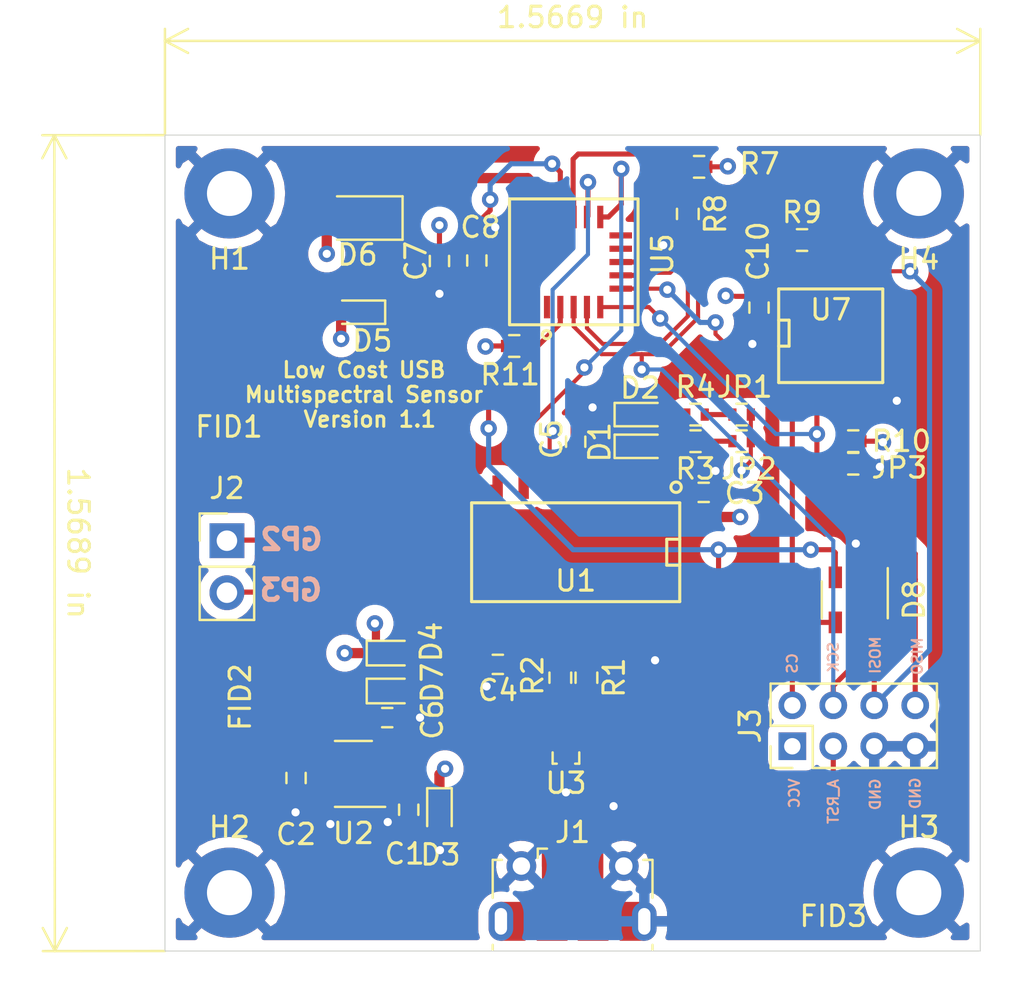
<source format=kicad_pcb>
(kicad_pcb (version 20171130) (host pcbnew "(5.1.0)-1")
  (layers (0 F.Cu signal) (1 In1.Cu power hide) (2 In2.Cu power hide) (31 B.Cu signal) (34 B.Paste user) (35 F.Paste user) (36 B.SilkS user) (37 F.SilkS user) (38 B.Mask user) (39 F.Mask user) (44 Edge.Cuts user))
  (net 0 "")
  (net 1 GND)
  (net 2 /5V)
  (net 3 "Net-(C2-Pad1)")
  (net 4 /VUSB)
  (net 5 /RST)
  (net 6 /3.3V)
  (net 7 "Net-(D1-Pad2)")
  (net 8 "Net-(D2-Pad2)")
  (net 9 "Net-(D5-Pad1)")
  (net 10 "Net-(D6-Pad1)")
  (net 11 /GP3)
  (net 12 /GP2)
  (net 13 /MISO)
  (net 14 /MOSI)
  (net 15 /SCK)
  (net 16 /CS)
  (net 17 /AS_RST)
  (net 18 "Net-(JP1-Pad2)")
  (net 19 "Net-(JP2-Pad2)")
  (net 20 "Net-(JP3-Pad1)")
  (net 21 "Net-(R7-Pad2)")
  (net 22 "Net-(R8-Pad2)")
  (net 23 "Net-(R9-Pad2)")
  (net 24 /TX)
  (net 25 /RX)
  (net 26 /GP0)
  (net 27 /GP1)
  (net 28 /USB_-)
  (net 29 /USB_+)
  (net 30 /D_+)
  (net 31 /D_-)
  (module AMS_sensors:AS726x (layer F.Cu) (at 155.275 79.65 90)
    (fp_text reference U5 (at 2.5908 5.6388 90) (layer F.SilkS))
    (fp_text value AS726x)
    (pad 20 smd rect (at 0.9 -1 90) (size 0.3 1.1) (layers F.Cu F.Paste F.Mask))
    (pad 19 smd rect (at 1.55 -1 90) (size 0.3 1.1) (layers F.Cu F.Paste F.Mask))
    (pad 18 smd rect (at 2.2 -1 90) (size 0.3 1.1) (layers F.Cu F.Paste F.Mask) (net 9 "Net-(D5-Pad1)"))
    (pad 17 smd rect (at 2.85 -1 90) (size 0.3 1.1) (layers F.Cu F.Paste F.Mask) (net 6 /3.3V))
    (pad 16 smd rect (at 3.5 -1 90) (size 0.3 1.1) (layers F.Cu F.Paste F.Mask) (net 1 GND))
    (pad 15 smd rect (at 4.4 0) (size 0.3 1.1) (layers F.Cu F.Paste F.Mask) (net 10 "Net-(D6-Pad1)"))
    (pad 14 smd rect (at 4.4 0.65) (size 0.3 1.1) (layers F.Cu F.Paste F.Mask) (net 6 /3.3V))
    (pad 13 smd rect (at 4.4 1.3) (size 0.3 1.1) (layers F.Cu F.Paste F.Mask) (net 21 "Net-(R7-Pad2)"))
    (pad 12 smd rect (at 4.4 1.95) (size 0.3 1.1) (layers F.Cu F.Paste F.Mask) (net 25 /RX))
    (pad 11 smd rect (at 4.4 2.6) (size 0.3 1.1) (layers F.Cu F.Paste F.Mask) (net 24 /TX))
    (pad 10 smd rect (at 3.5 3.6 270) (size 0.3 1.1) (layers F.Cu F.Paste F.Mask))
    (pad 9 smd rect (at 2.85 3.6 270) (size 0.3 1.1) (layers F.Cu F.Paste F.Mask))
    (pad 8 smd rect (at 2.2 3.6 270) (size 0.3 1.1) (layers F.Cu F.Paste F.Mask) (net 1 GND))
    (pad 7 smd rect (at 1.55 3.6 270) (size 0.3 1.1) (layers F.Cu F.Paste F.Mask) (net 22 "Net-(R8-Pad2)"))
    (pad 6 smd rect (at 0.9 3.6 270) (size 0.3 1.1) (layers F.Cu F.Paste F.Mask) (net 16 /CS))
    (pad 5 smd rect (at 0 2.6 180) (size 0.3 1.1) (layers F.Cu F.Paste F.Mask) (net 13 /MISO))
    (pad 4 smd rect (at 0 1.95 180) (size 0.3 1.1) (layers F.Cu F.Paste F.Mask) (net 14 /MOSI))
    (pad 3 smd rect (at 0 1.3 180) (size 0.3 1.1) (layers F.Cu F.Paste F.Mask) (net 15 /SCK))
    (pad 2 smd rect (at 0 0.65 180) (size 0.3 1.1) (layers F.Cu F.Paste F.Mask) (net 17 /AS_RST))
    (pad 1 smd rect (at 0 0) (size 0.3 1.1) (layers F.Cu F.Paste F.Mask))
  )
  (module SMD_Packages:SOIC-14_N (layer F.Cu) (at 156.675 91.75 180)
    (fp_text reference U1 (at 0 -1.27 180) (layer F.SilkS))
    (fp_text value MCP2221)
    (pad 10 smd rect (at 1.27 -3.048 180) (size 0.508 1.143) (layers F.Cu F.Paste F.Mask))
    (pad 14 smd rect (at -3.81 -3.048 180) (size 0.508 1.143) (layers F.Cu F.Paste F.Mask) (net 1 GND))
    (pad 13 smd rect (at -2.54 -3.048 180) (size 0.508 1.143) (layers F.Cu F.Paste F.Mask) (net 30 /D_+))
    (pad 12 smd rect (at -1.27 -3.048 180) (size 0.508 1.143) (layers F.Cu F.Paste F.Mask) (net 31 /D_-))
    (pad 11 smd rect (at 0 -3.048 180) (size 0.508 1.143) (layers F.Cu F.Paste F.Mask) (net 4 /VUSB))
    (pad 9 smd rect (at 2.54 -3.048 180) (size 0.508 1.143) (layers F.Cu F.Paste F.Mask))
    (pad 8 smd rect (at 3.81 -3.048 180) (size 0.508 1.143) (layers F.Cu F.Paste F.Mask) (net 11 /GP3))
    (pad 7 smd rect (at 3.81 3.302 180) (size 0.508 1.143) (layers F.Cu F.Paste F.Mask) (net 12 /GP2))
    (pad 6 smd rect (at 2.54 3.302 180) (size 0.508 1.143) (layers F.Cu F.Paste F.Mask) (net 24 /TX))
    (pad 5 smd rect (at 1.27 3.302 180) (size 0.508 1.143) (layers F.Cu F.Paste F.Mask) (net 25 /RX))
    (pad 4 smd rect (at 0 3.302 180) (size 0.508 1.143) (layers F.Cu F.Paste F.Mask) (net 5 /RST))
    (pad 3 smd rect (at -1.27 3.302 180) (size 0.508 1.143) (layers F.Cu F.Paste F.Mask) (net 27 /GP1))
    (pad 2 smd rect (at -2.54 3.302 180) (size 0.508 1.143) (layers F.Cu F.Paste F.Mask) (net 26 /GP0))
    (pad 1 smd rect (at -3.81 3.302 180) (size 0.508 1.143) (layers F.Cu F.Paste F.Mask) (net 2 /5V))
  )
  (module Fiducials:Fiducial_1mm_Dia_2.54mm_Outer_CopperTop (layer F.Cu) (at 165.85 108.7)
    (fp_text reference FID3 (at 3.4 0.7) (layer F.SilkS))
    (fp_text value Fiducial)
    (pad ~ smd circle (at 0 0) (size 1 1) (layers F.Cu F.Mask) (clearance 0.77))
  )
  (module Fiducials:Fiducial_1mm_Dia_2.54mm_Outer_CopperTop (layer F.Cu) (at 139.6 102.1 90)
    (fp_text reference FID2 (at 3.4 0.7 90) (layer F.SilkS))
    (fp_text value Fiducial)
    (pad ~ smd circle (at 0 0 90) (size 1 1) (layers F.Cu F.Mask) (clearance 0.77))
  )
  (module Fiducials:Fiducial_1mm_Dia_2.54mm_Outer_CopperTop (layer F.Cu) (at 139.75 80.55)
    (fp_text reference FID1 (at 0 4.95) (layer F.SilkS))
    (fp_text value Fiducial)
    (pad ~ smd circle (at 0 0) (size 1 1) (layers F.Cu F.Mask) (clearance 0.77))
  )
  (module Pin_Headers:Pin_Header_Straight_1x02_Pitch2.54mm (layer F.Cu) (at 139.65 91.06)
    (fp_text reference J2 (at 0 -2.56) (layer F.SilkS))
    (fp_text value GPIO_header)
    (pad 1 thru_hole rect (at 0 0) (size 1.7 1.7) (drill 1) (layers *.Cu *.Mask) (net 12 /GP2))
    (pad 2 thru_hole oval (at 0 2.54) (size 1.7 1.7) (drill 1) (layers *.Cu *.Mask) (net 11 /GP3))
  )
  (module Pin_Headers:Pin_Header_Straight_2x04_Pitch2.00mm (layer F.Cu) (at 167.25 101.1 90)
    (fp_text reference J3 (at 1 -2.06 90) (layer F.SilkS))
    (fp_text value "Programing Header")
    (pad 1 thru_hole rect (at 0 0 90) (size 1.35 1.35) (drill 0.8) (layers *.Cu *.Mask) (net 6 /3.3V))
    (pad 2 thru_hole oval (at 2 0 90) (size 1.35 1.35) (drill 0.8) (layers *.Cu *.Mask) (net 16 /CS))
    (pad 3 thru_hole oval (at 0 2 90) (size 1.35 1.35) (drill 0.8) (layers *.Cu *.Mask) (net 17 /AS_RST))
    (pad 4 thru_hole oval (at 2 2 90) (size 1.35 1.35) (drill 0.8) (layers *.Cu *.Mask) (net 15 /SCK))
    (pad 5 thru_hole oval (at 0 4 90) (size 1.35 1.35) (drill 0.8) (layers *.Cu *.Mask) (net 1 GND))
    (pad 6 thru_hole oval (at 2 4 90) (size 1.35 1.35) (drill 0.8) (layers *.Cu *.Mask) (net 14 /MOSI))
    (pad 7 thru_hole oval (at 0 6 90) (size 1.35 1.35) (drill 0.8) (layers *.Cu *.Mask) (net 1 GND))
    (pad 8 thru_hole oval (at 2 6 90) (size 1.35 1.35) (drill 0.8) (layers *.Cu *.Mask) (net 13 /MISO))
  )
  (module TO_SOT_Packages_SMD:Texas_DRT-3 (layer F.Cu) (at 156.2 101.4 180)
    (fp_text reference U3 (at 0 -1.5 180) (layer F.SilkS))
    (fp_text value TPD2EUSB30)
    (pad 1 smd rect (at -0.35 0.425 180) (size 0.3 0.3) (layers F.Cu F.Paste F.Mask) (net 29 /USB_+))
    (pad 2 smd rect (at 0.35 0.425 180) (size 0.3 0.3) (layers F.Cu F.Paste F.Mask) (net 28 /USB_-))
    (pad 3 smd rect (at 0 -0.425 180) (size 0.3 0.3) (layers F.Cu F.Paste F.Mask) (net 1 GND))
  )
  (module Capacitors_SMD:C_0402 (layer F.Cu) (at 148.525 104.2 270)
    (fp_text reference C1 (at 2.15 0.2) (layer F.SilkS))
    (fp_text value 1uF)
    (pad 2 smd rect (at 0.55 0 270) (size 0.6 0.5) (layers F.Cu F.Paste F.Mask) (net 1 GND))
    (pad 1 smd rect (at -0.55 0 270) (size 0.6 0.5) (layers F.Cu F.Paste F.Mask) (net 2 /5V))
  )
  (module Capacitors_SMD:C_0402 (layer F.Cu) (at 143.025 102.65 270)
    (fp_text reference C2 (at 2.75 0) (layer F.SilkS))
    (fp_text value 470pF)
    (pad 1 smd rect (at -0.55 0 270) (size 0.6 0.5) (layers F.Cu F.Paste F.Mask) (net 3 "Net-(C2-Pad1)"))
    (pad 2 smd rect (at 0.55 0 270) (size 0.6 0.5) (layers F.Cu F.Paste F.Mask) (net 1 GND))
  )
  (module Capacitors_SMD:C_0402 (layer F.Cu) (at 162.925 88.7)
    (fp_text reference C3 (at 2 0.05) (layer F.SilkS))
    (fp_text value 4.7uF)
    (pad 1 smd rect (at -0.55 0) (size 0.6 0.5) (layers F.Cu F.Paste F.Mask) (net 2 /5V))
    (pad 2 smd rect (at 0.55 0) (size 0.6 0.5) (layers F.Cu F.Paste F.Mask) (net 1 GND))
  )
  (module Capacitors_SMD:C_0402 (layer F.Cu) (at 152.875 97.1 180)
    (fp_text reference C4 (at 0 -1.27 180) (layer F.SilkS))
    (fp_text value 0.33uF)
    (pad 2 smd rect (at 0.55 0 180) (size 0.6 0.5) (layers F.Cu F.Paste F.Mask) (net 1 GND))
    (pad 1 smd rect (at -0.55 0 180) (size 0.6 0.5) (layers F.Cu F.Paste F.Mask) (net 4 /VUSB))
  )
  (module Capacitors_SMD:C_0402 (layer F.Cu) (at 156.675 86.225 90)
    (fp_text reference C5 (at 0.125 -1.175 90) (layer F.SilkS))
    (fp_text value 0.1uF)
    (pad 2 smd rect (at 0.55 0 90) (size 0.6 0.5) (layers F.Cu F.Paste F.Mask) (net 1 GND))
    (pad 1 smd rect (at -0.55 0 90) (size 0.6 0.5) (layers F.Cu F.Paste F.Mask) (net 5 /RST))
  )
  (module Capacitors_SMD:C_0402 (layer F.Cu) (at 147.475 99.7)
    (fp_text reference C6 (at 2.2 0.1 90) (layer F.SilkS))
    (fp_text value 2.2uF)
    (pad 2 smd rect (at 0.55 0) (size 0.6 0.5) (layers F.Cu F.Paste F.Mask) (net 1 GND))
    (pad 1 smd rect (at -0.55 0) (size 0.6 0.5) (layers F.Cu F.Paste F.Mask) (net 6 /3.3V))
  )
  (module Capacitors_SMD:C_0402 (layer F.Cu) (at 150.025 77.4 270)
    (fp_text reference C7 (at 0 1.15 270) (layer F.SilkS))
    (fp_text value 100nF)
    (pad 1 smd rect (at -0.55 0 270) (size 0.6 0.5) (layers F.Cu F.Paste F.Mask) (net 6 /3.3V))
    (pad 2 smd rect (at 0.55 0 270) (size 0.6 0.5) (layers F.Cu F.Paste F.Mask) (net 1 GND))
  )
  (module Capacitors_SMD:C_0402 (layer F.Cu) (at 151.85 77.375 270)
    (fp_text reference C8 (at -1.625 -0.175) (layer F.SilkS))
    (fp_text value 10uF)
    (pad 1 smd rect (at -0.55 0 270) (size 0.6 0.5) (layers F.Cu F.Paste F.Mask) (net 6 /3.3V))
    (pad 2 smd rect (at 0.55 0 270) (size 0.6 0.5) (layers F.Cu F.Paste F.Mask) (net 1 GND))
  )
  (module Capacitors_SMD:C_0402 (layer F.Cu) (at 165.625 79.675 270)
    (fp_text reference C10 (at -2.75 0.05 90) (layer F.SilkS))
    (fp_text value 1uF)
    (pad 1 smd rect (at -0.55 0 270) (size 0.6 0.5) (layers F.Cu F.Paste F.Mask) (net 6 /3.3V))
    (pad 2 smd rect (at 0.55 0 270) (size 0.6 0.5) (layers F.Cu F.Paste F.Mask) (net 1 GND))
  )
  (module Diodes_SMD:D_1206 (layer F.Cu) (at 146.025 75.3 180)
    (fp_text reference D6 (at 0 -1.8 180) (layer F.SilkS))
    (fp_text value L130-5780001400001)
    (pad 1 smd rect (at -1.5 0 180) (size 1 1.6) (layers F.Cu F.Paste F.Mask) (net 10 "Net-(D6-Pad1)"))
    (pad 2 smd rect (at 1.5 0 180) (size 1 1.6) (layers F.Cu F.Paste F.Mask) (net 6 /3.3V))
  )
  (module Connectors_USB:USB_Micro-B_Molex-105017-0001 (layer F.Cu) (at 156.525 109.3)
    (fp_text reference J1 (at 0 -4) (layer F.SilkS))
    (fp_text value USB_B_Micro)
    (pad 6 smd rect (at 1 0.35) (size 1.5 1.9) (layers F.Cu F.Paste F.Mask) (net 1 GND))
    (pad 6 thru_hole circle (at -2.5 -2.35) (size 1.45 1.45) (drill 0.85) (layers *.Cu *.Mask) (net 1 GND))
    (pad 2 smd rect (at -0.65 -2.35) (size 0.4 1.35) (layers F.Cu F.Paste F.Mask) (net 28 /USB_-))
    (pad 1 smd rect (at -1.3 -2.35) (size 0.4 1.35) (layers F.Cu F.Paste F.Mask) (net 2 /5V))
    (pad 5 smd rect (at 1.3 -2.35) (size 0.4 1.35) (layers F.Cu F.Paste F.Mask) (net 1 GND))
    (pad 4 smd rect (at 0.65 -2.35) (size 0.4 1.35) (layers F.Cu F.Paste F.Mask))
    (pad 3 smd rect (at 0 -2.35) (size 0.4 1.35) (layers F.Cu F.Paste F.Mask) (net 29 /USB_+))
    (pad 6 thru_hole circle (at 2.5 -2.35) (size 1.45 1.45) (drill 0.85) (layers *.Cu *.Mask) (net 1 GND))
    (pad 6 smd rect (at -1 0.35) (size 1.5 1.9) (layers F.Cu F.Paste F.Mask) (net 1 GND))
    (pad 6 thru_hole oval (at -3.5 0.35 180) (size 1.2 1.9) (drill oval 0.6 1.3) (layers *.Cu *.Mask) (net 1 GND))
    (pad 6 thru_hole oval (at 3.5 0.35) (size 1.2 1.9) (drill oval 0.6 1.3) (layers *.Cu *.Mask) (net 1 GND))
    (pad 6 smd rect (at 2.9 0.35) (size 1.2 1.9) (layers F.Cu F.Mask) (net 1 GND))
    (pad 6 smd rect (at -2.9 0.35) (size 1.2 1.9) (layers F.Cu F.Mask) (net 1 GND))
  )
  (module Resistors_SMD:R_0402 (layer F.Cu) (at 164.775 86.2 180)
    (fp_text reference JP1 (at -0.15 2.65 180) (layer F.SilkS))
    (fp_text value RC0402JR-070RL)
    (pad 2 smd rect (at 0.45 0 180) (size 0.4 0.6) (layers F.Cu F.Paste F.Mask) (net 18 "Net-(JP1-Pad2)"))
    (pad 1 smd rect (at -0.45 0 180) (size 0.4 0.6) (layers F.Cu F.Paste F.Mask) (net 6 /3.3V))
  )
  (module Resistors_SMD:R_0402 (layer F.Cu) (at 164.775 84.9 180)
    (fp_text reference JP2 (at -0.35 -2.65 180) (layer F.SilkS))
    (fp_text value RC0402JR-070RL)
    (pad 2 smd rect (at 0.45 0 180) (size 0.4 0.6) (layers F.Cu F.Paste F.Mask) (net 19 "Net-(JP2-Pad2)"))
    (pad 1 smd rect (at -0.45 0 180) (size 0.4 0.6) (layers F.Cu F.Paste F.Mask) (net 6 /3.3V))
  )
  (module Resistors_SMD:R_0402 (layer F.Cu) (at 170.225 87.3)
    (fp_text reference JP3 (at 2.25 0.2) (layer F.SilkS))
    (fp_text value RC0402JR-070RL)
    (pad 2 smd rect (at 0.45 0) (size 0.4 0.6) (layers F.Cu F.Paste F.Mask) (net 1 GND))
    (pad 1 smd rect (at -0.45 0) (size 0.4 0.6) (layers F.Cu F.Paste F.Mask) (net 20 "Net-(JP3-Pad1)"))
  )
  (module Resistors_SMD:R_0402 (layer F.Cu) (at 157.2 97.75 270)
    (fp_text reference R1 (at 0 -1.35 270) (layer F.SilkS))
    (fp_text value 22)
    (pad 2 smd rect (at 0.45 0 270) (size 0.4 0.6) (layers F.Cu F.Paste F.Mask) (net 29 /USB_+))
    (pad 1 smd rect (at -0.45 0 270) (size 0.4 0.6) (layers F.Cu F.Paste F.Mask) (net 30 /D_+))
  )
  (module Resistors_SMD:R_0402 (layer F.Cu) (at 155.925 97.75 270)
    (fp_text reference R2 (at -0.1 1.35 270) (layer F.SilkS))
    (fp_text value 22)
    (pad 1 smd rect (at -0.45 0 270) (size 0.4 0.6) (layers F.Cu F.Paste F.Mask) (net 31 /D_-))
    (pad 2 smd rect (at 0.45 0 270) (size 0.4 0.6) (layers F.Cu F.Paste F.Mask) (net 28 /USB_-))
  )
  (module Resistors_SMD:R_0402 (layer F.Cu) (at 162.525 86.2 180)
    (fp_text reference R3 (at 0 -1.35 180) (layer F.SilkS))
    (fp_text value R)
    (pad 1 smd rect (at -0.45 0 180) (size 0.4 0.6) (layers F.Cu F.Paste F.Mask) (net 18 "Net-(JP1-Pad2)"))
    (pad 2 smd rect (at 0.45 0 180) (size 0.4 0.6) (layers F.Cu F.Paste F.Mask) (net 7 "Net-(D1-Pad2)"))
  )
  (module Resistors_SMD:R_0402 (layer F.Cu) (at 162.525 84.9 180)
    (fp_text reference R4 (at 0 1.35 180) (layer F.SilkS))
    (fp_text value R)
    (pad 2 smd rect (at 0.45 0 180) (size 0.4 0.6) (layers F.Cu F.Paste F.Mask) (net 8 "Net-(D2-Pad2)"))
    (pad 1 smd rect (at -0.45 0 180) (size 0.4 0.6) (layers F.Cu F.Paste F.Mask) (net 19 "Net-(JP2-Pad2)"))
  )
  (module Resistors_SMD:R_0402 (layer F.Cu) (at 162.7 72.8 180)
    (fp_text reference R7 (at -2.95 0.15 180) (layer F.SilkS))
    (fp_text value 10K)
    (pad 1 smd rect (at -0.45 0 180) (size 0.4 0.6) (layers F.Cu F.Paste F.Mask) (net 6 /3.3V))
    (pad 2 smd rect (at 0.45 0 180) (size 0.4 0.6) (layers F.Cu F.Paste F.Mask) (net 21 "Net-(R7-Pad2)"))
  )
  (module Resistors_SMD:R_0402 (layer F.Cu) (at 162.15 75.1 270)
    (fp_text reference R8 (at 0 -1.35 270) (layer F.SilkS))
    (fp_text value 10K)
    (pad 2 smd rect (at 0.45 0 270) (size 0.4 0.6) (layers F.Cu F.Paste F.Mask) (net 22 "Net-(R8-Pad2)"))
    (pad 1 smd rect (at -0.45 0 270) (size 0.4 0.6) (layers F.Cu F.Paste F.Mask) (net 6 /3.3V))
  )
  (module Resistors_SMD:R_0402 (layer F.Cu) (at 167.725 76.375)
    (fp_text reference R9 (at 0 -1.35) (layer F.SilkS))
    (fp_text value 10K)
    (pad 1 smd rect (at -0.45 0) (size 0.4 0.6) (layers F.Cu F.Paste F.Mask) (net 6 /3.3V))
    (pad 2 smd rect (at 0.45 0) (size 0.4 0.6) (layers F.Cu F.Paste F.Mask) (net 23 "Net-(R9-Pad2)"))
  )
  (module Resistors_SMD:R_0402 (layer F.Cu) (at 170.225 86.2 180)
    (fp_text reference R10 (at -2.35 0 180) (layer F.SilkS))
    (fp_text value 10K)
    (pad 1 smd rect (at -0.45 0 180) (size 0.4 0.6) (layers F.Cu F.Paste F.Mask) (net 6 /3.3V))
    (pad 2 smd rect (at 0.45 0 180) (size 0.4 0.6) (layers F.Cu F.Paste F.Mask) (net 20 "Net-(JP3-Pad1)"))
  )
  (module Resistors_SMD:R_0402 (layer F.Cu) (at 153.675 81.55)
    (fp_text reference R11 (at -0.2 1.4) (layer F.SilkS))
    (fp_text value 10K)
    (pad 1 smd rect (at -0.45 0) (size 0.4 0.6) (layers F.Cu F.Paste F.Mask) (net 6 /3.3V))
    (pad 2 smd rect (at 0.45 0) (size 0.4 0.6) (layers F.Cu F.Paste F.Mask) (net 17 /AS_RST))
  )
  (module SMD_Packages:SOIC-8-N (layer F.Cu) (at 169.125 81.05)
    (fp_text reference U7 (at 0 -1.27) (layer F.SilkS))
    (fp_text value AT25SF041)
    (pad 1 smd rect (at -1.905 3.175) (size 0.508 1.143) (layers F.Cu F.Paste F.Mask) (net 16 /CS))
    (pad 2 smd rect (at -0.635 3.175) (size 0.508 1.143) (layers F.Cu F.Paste F.Mask) (net 13 /MISO))
    (pad 3 smd rect (at 0.635 3.175) (size 0.508 1.143) (layers F.Cu F.Paste F.Mask) (net 20 "Net-(JP3-Pad1)"))
    (pad 4 smd rect (at 1.905 3.175) (size 0.508 1.143) (layers F.Cu F.Paste F.Mask) (net 1 GND))
    (pad 5 smd rect (at 1.905 -3.175) (size 0.508 1.143) (layers F.Cu F.Paste F.Mask) (net 14 /MOSI))
    (pad 6 smd rect (at 0.635 -3.175) (size 0.508 1.143) (layers F.Cu F.Paste F.Mask) (net 15 /SCK))
    (pad 7 smd rect (at -0.635 -3.175) (size 0.508 1.143) (layers F.Cu F.Paste F.Mask) (net 23 "Net-(R9-Pad2)"))
    (pad 8 smd rect (at -1.905 -3.175) (size 0.508 1.143) (layers F.Cu F.Paste F.Mask) (net 6 /3.3V))
  )
  (module TO_SOT_Packages_SMD:SOT-23-6 (layer F.Cu) (at 170.3 93.95 270)
    (fp_text reference D8 (at 0 -2.9 270) (layer F.SilkS))
    (fp_text value ESDA6V1-5SC6)
    (pad 5 smd rect (at 1.1 0 270) (size 1.06 0.65) (layers F.Cu F.Paste F.Mask) (net 15 /SCK))
    (pad 6 smd rect (at 1.1 -0.95 270) (size 1.06 0.65) (layers F.Cu F.Paste F.Mask) (net 14 /MOSI))
    (pad 4 smd rect (at 1.1 0.95 270) (size 1.06 0.65) (layers F.Cu F.Paste F.Mask) (net 16 /CS))
    (pad 3 smd rect (at -1.1 0.95 270) (size 1.06 0.65) (layers F.Cu F.Paste F.Mask) (net 17 /AS_RST))
    (pad 2 smd rect (at -1.1 0 270) (size 1.06 0.65) (layers F.Cu F.Paste F.Mask) (net 1 GND))
    (pad 1 smd rect (at -1.1 -0.95 270) (size 1.06 0.65) (layers F.Cu F.Paste F.Mask) (net 13 /MISO))
  )
  (module TO_SOT_Packages_SMD:SOT-23-5 (layer F.Cu) (at 145.825 102.45 180)
    (fp_text reference U2 (at 0 -2.9 180) (layer F.SilkS))
    (fp_text value MIC5219-3.3YMM)
    (pad 5 smd rect (at 1.1 -0.95 180) (size 1.06 0.65) (layers F.Cu F.Paste F.Mask) (net 1 GND))
    (pad 4 smd rect (at 1.1 0.95 180) (size 1.06 0.65) (layers F.Cu F.Paste F.Mask) (net 3 "Net-(C2-Pad1)"))
    (pad 3 smd rect (at -1.1 0.95 180) (size 1.06 0.65) (layers F.Cu F.Paste F.Mask) (net 6 /3.3V))
    (pad 2 smd rect (at -1.1 0 180) (size 1.06 0.65) (layers F.Cu F.Paste F.Mask) (net 2 /5V))
    (pad 1 smd rect (at -1.1 -0.95 180) (size 1.06 0.65) (layers F.Cu F.Paste F.Mask) (net 2 /5V))
  )
  (module Diodes_SMD:D_0603 (layer F.Cu) (at 159.875 86.45)
    (fp_text reference D1 (at -2.025 -0.2 90) (layer F.SilkS))
    (fp_text value LTST-C191KRKT)
    (pad 2 smd rect (at 0.85 0) (size 0.6 0.8) (layers F.Cu F.Paste F.Mask) (net 7 "Net-(D1-Pad2)"))
    (pad 1 smd rect (at -0.85 0) (size 0.6 0.8) (layers F.Cu F.Paste F.Mask) (net 26 /GP0))
  )
  (module Diodes_SMD:D_0603 (layer F.Cu) (at 159.875 84.9)
    (fp_text reference D2 (at -0.05 -1.3 180) (layer F.SilkS))
    (fp_text value LTST-C191KGKT)
    (pad 1 smd rect (at -0.85 0) (size 0.6 0.8) (layers F.Cu F.Paste F.Mask) (net 27 /GP1))
    (pad 2 smd rect (at 0.85 0) (size 0.6 0.8) (layers F.Cu F.Paste F.Mask) (net 8 "Net-(D2-Pad2)"))
  )
  (module Diodes_SMD:D_SOD-523 (layer F.Cu) (at 150.025 104.3 270)
    (fp_text reference D3 (at 2.1 -0.05) (layer F.SilkS))
    (fp_text value VESD05A1-02V-G-08)
    (pad 1 smd rect (at -0.7 0 90) (size 0.6 0.7) (layers F.Cu F.Paste F.Mask) (net 2 /5V))
    (pad 2 smd rect (at 0.7 0 90) (size 0.6 0.7) (layers F.Cu F.Paste F.Mask) (net 1 GND))
  )
  (module Diodes_SMD:D_SOD-523 (layer F.Cu) (at 147.625 96.55)
    (fp_text reference D4 (at 2 -0.55 90) (layer F.SilkS))
    (fp_text value BZT585B3V3T-7)
    (pad 2 smd rect (at 0.7 0 180) (size 0.6 0.7) (layers F.Cu F.Paste F.Mask) (net 1 GND))
    (pad 1 smd rect (at -0.7 0 180) (size 0.6 0.7) (layers F.Cu F.Paste F.Mask) (net 6 /3.3V))
  )
  (module Diodes_SMD:D_0603 (layer F.Cu) (at 146.075 79.9 180)
    (fp_text reference D5 (at -0.675 -1.4 180) (layer F.SilkS))
    (fp_text value LTST-C191KGKT)
    (pad 2 smd rect (at 0.85 0 180) (size 0.6 0.8) (layers F.Cu F.Paste F.Mask) (net 6 /3.3V))
    (pad 1 smd rect (at -0.85 0 180) (size 0.6 0.8) (layers F.Cu F.Paste F.Mask) (net 9 "Net-(D5-Pad1)"))
  )
  (module Diodes_SMD:D_SOD-523 (layer F.Cu) (at 147.625 98.4)
    (fp_text reference D7 (at 2.05 -0.4 90) (layer F.SilkS))
    (fp_text value ESD5Z3.3T1G)
    (pad 1 smd rect (at -0.7 0 180) (size 0.6 0.7) (layers F.Cu F.Paste F.Mask) (net 6 /3.3V))
    (pad 2 smd rect (at 0.7 0 180) (size 0.6 0.7) (layers F.Cu F.Paste F.Mask) (net 1 GND))
  )
  (module Mounting_Holes:MountingHole_2.2mm_M2_Pad (layer F.Cu) (at 139.775 108.25)
    (fp_text reference H2 (at 0 -3.2) (layer F.SilkS))
    (fp_text value MountingHole)
    (pad 1 thru_hole circle (at 0 0) (size 4.4 4.4) (drill 2.2) (layers *.Cu *.Mask) (net 1 GND))
  )
  (module Mounting_Holes:MountingHole_2.2mm_M2_Pad (layer F.Cu) (at 173.425 108.25)
    (fp_text reference H3 (at 0 -3.2) (layer F.SilkS))
    (fp_text value MountingHole)
    (pad 1 thru_hole circle (at 0 0) (size 4.4 4.4) (drill 2.2) (layers *.Cu *.Mask) (net 1 GND))
  )
  (module Mounting_Holes:MountingHole_2.2mm_M2_Pad (layer F.Cu) (at 173.425 74.1 180)
    (fp_text reference H4 (at 0 -3.2 180) (layer F.SilkS))
    (fp_text value MountingHole)
    (pad 1 thru_hole circle (at 0 0 180) (size 4.4 4.4) (drill 2.2) (layers *.Cu *.Mask) (net 1 GND))
  )
  (module Mounting_Holes:MountingHole_2.2mm_M2_Pad (layer F.Cu) (at 139.775 74.1 180)
    (fp_text reference H1 (at 0 -3.2 180) (layer F.SilkS))
    (fp_text value MountingHole)
    (pad 1 thru_hole circle (at 0 0 180) (size 4.4 4.4) (drill 2.2) (layers *.Cu *.Mask) (net 1 GND))
  )
  (dimension 39.850008 (width 0.12) (layer F.SilkS) (gr_text "39.850 mm" (at 129.968287 91.179169 270.0359446) (layer F.SilkS) (effects (font (size 1 1) (thickness 0.15)))) (feature1 (pts (xy 136.625 111.1) (xy 130.664366 111.103739))) (feature2 (pts (xy 136.6 71.25) (xy 130.639366 71.253739))) (crossbar (pts (xy 131.225787 71.253372) (xy 131.250787 111.103372))) (arrow1a (pts (xy 131.250787 111.103372) (xy 130.66366 109.977236))) (arrow1b (pts (xy 131.250787 111.103372) (xy 131.836501 109.976501))) (arrow2a (pts (xy 131.225787 71.253372) (xy 130.640073 72.380243))) (arrow2b (pts (xy 131.225787 71.253372) (xy 131.812914 72.379508))))
  (dimension 39.8 (width 0.12) (layer F.SilkS) (gr_text "39.800 mm" (at 156.525 65.38) (layer F.SilkS) (effects (font (size 1 1) (thickness 0.15)))) (feature1 (pts (xy 176.425 71.25) (xy 176.425 66.063579))) (feature2 (pts (xy 136.625 71.25) (xy 136.625 66.063579))) (crossbar (pts (xy 136.625 66.65) (xy 176.425 66.65))) (arrow1a (pts (xy 176.425 66.65) (xy 175.298496 67.236421))) (arrow1b (pts (xy 176.425 66.65) (xy 175.298496 66.063579))) (arrow2a (pts (xy 136.625 66.65) (xy 137.751504 67.236421))) (arrow2b (pts (xy 136.625 66.65) (xy 137.751504 66.063579))))
  (gr_text "Low Cost USB \nMultispectral Sensor \nVersion 1.1" (at 146.625 83.925) (layer F.SilkS) (effects (font (size 0.75 0.75))))
  (gr_text GND (at 171.3 103.45 90) (layer B.SilkS) (effects (font (size 0.5 0.5) (thickness 0.1)) (justify mirror)))
  (gr_text GND (at 173.25 103.4 90) (layer B.SilkS) (effects (font (size 0.5 0.5) (thickness 0.1)) (justify mirror)))
  (gr_text VCC (at 167.35 103.4 90) (layer B.SilkS) (effects (font (size 0.5 0.5) (thickness 0.1)) (justify mirror)))
  (gr_text MISO (at 173.35 96.7 90) (layer B.SilkS) (effects (font (size 0.5 0.5) (thickness 0.1)) (justify mirror)))
  (gr_text SCK (at 169.25 96.75 90) (layer B.SilkS) (effects (font (size 0.5 0.5) (thickness 0.1)) (justify mirror)))
  (gr_text MOSI (at 171.3 96.65 90) (layer B.SilkS) (effects (font (size 0.5 0.5) (thickness 0.1)) (justify mirror)))
  (gr_text CS (at 167.25 97.05 90) (layer B.SilkS) (effects (font (size 0.5 0.5) (thickness 0.1)) (justify mirror)))
  (gr_text A_RST (at 169.25 103.8 90) (layer B.SilkS) (effects (font (size 0.5 0.5) (thickness 0.1)) (justify mirror)))
  (gr_text GP3 (at 142.775 93.475) (layer B.SilkS) (effects (font (size 1 1) (thickness 0.25)) (justify mirror)))
  (gr_text GP2 (at 142.8 91) (layer B.SilkS) (effects (font (size 1 1) (thickness 0.25)) (justify mirror)))
  (gr_line (start 136.625 71.25) (end 176.425 71.25) (layer Edge.Cuts) (width 0.05))
  (gr_line (start 176.425 111.1) (end 136.625 111.1) (layer Edge.Cuts) (width 0.05))
  (gr_line (start 176.425 111.1) (end 176.425 71.25) (layer Edge.Cuts) (width 0.05))
  (gr_line (start 136.625 71.25) (end 136.625 111.1) (layer Edge.Cuts) (width 0.05))
  (via (at 163.5 87.65) (size 0.8) (drill 0.4) (layers F.Cu B.Cu) (net 1))
  (segment (start 163.475 88.7) (end 163.475 87.675) (width 0.25) (layer F.Cu) (net 1))
  (segment (start 163.475 87.675) (end 163.5 87.65) (width 0.25) (layer F.Cu) (net 1))
  (via (at 157.5 84.55) (size 0.8) (drill 0.4) (layers F.Cu B.Cu) (net 1))
  (segment (start 156.675 85.675) (end 156.675 85.375) (width 0.25) (layer F.Cu) (net 1))
  (segment (start 156.675 85.375) (end 157.5 84.55) (width 0.25) (layer F.Cu) (net 1))
  (segment (start 150.05 77.925) (end 150.025 77.95) (width 0.25) (layer F.Cu) (net 1))
  (segment (start 151.85 77.925) (end 150.05 77.925) (width 0.25) (layer F.Cu) (net 1))
  (via (at 150.025 79) (size 0.8) (drill 0.4) (layers F.Cu B.Cu) (net 1))
  (segment (start 150.025 77.95) (end 150.025 79) (width 0.25) (layer F.Cu) (net 1))
  (via (at 152.75 75.75) (size 0.8) (drill 0.4) (layers F.Cu B.Cu) (net 1))
  (segment (start 154.275 76.15) (end 153.15 76.15) (width 0.25) (layer F.Cu) (net 1))
  (segment (start 153.15 76.15) (end 152.75 75.75) (width 0.25) (layer F.Cu) (net 1))
  (via (at 160.95 76.625) (size 0.8) (drill 0.4) (layers F.Cu B.Cu) (net 1))
  (segment (start 158.875 77.45) (end 160.125 77.45) (width 0.25) (layer F.Cu) (net 1))
  (segment (start 160.125 77.45) (end 160.95 76.625) (width 0.25) (layer F.Cu) (net 1))
  (via (at 171.525 87.45) (size 0.8) (drill 0.4) (layers F.Cu B.Cu) (net 1))
  (segment (start 170.675 87.3) (end 171.375 87.3) (width 0.25) (layer F.Cu) (net 1))
  (segment (start 171.375 87.3) (end 171.525 87.45) (width 0.25) (layer F.Cu) (net 1))
  (via (at 172.35 84.225) (size 0.8) (drill 0.4) (layers F.Cu B.Cu) (net 1))
  (segment (start 171.03 84.225) (end 172.35 84.225) (width 0.25) (layer F.Cu) (net 1))
  (via (at 165.3 81.45) (size 0.8) (drill 0.4) (layers F.Cu B.Cu) (net 1))
  (segment (start 165.625 80.225) (end 165.625 81.125) (width 0.25) (layer F.Cu) (net 1))
  (segment (start 165.625 81.125) (end 165.3 81.45) (width 0.25) (layer F.Cu) (net 1))
  (via (at 160.55 96.9) (size 0.8) (drill 0.4) (layers F.Cu B.Cu) (net 1))
  (segment (start 160.485 94.798) (end 160.485 96.835) (width 0.25) (layer F.Cu) (net 1))
  (segment (start 160.485 96.835) (end 160.55 96.9) (width 0.25) (layer F.Cu) (net 1))
  (via (at 158.525 104.025) (size 0.8) (drill 0.4) (layers F.Cu B.Cu) (net 1))
  (via (at 144.7 104.9) (size 0.8) (drill 0.4) (layers F.Cu B.Cu) (net 1))
  (via (at 143 104.325) (size 0.8) (drill 0.4) (layers F.Cu B.Cu) (net 1))
  (segment (start 143.025 103.2) (end 143.025 104.3) (width 0.25) (layer F.Cu) (net 1))
  (segment (start 143.025 104.3) (end 143 104.325) (width 0.25) (layer F.Cu) (net 1))
  (via (at 149.075 99.7) (size 0.8) (drill 0.4) (layers F.Cu B.Cu) (net 1))
  (segment (start 148.025 99.7) (end 149.075 99.7) (width 0.25) (layer F.Cu) (net 1))
  (via (at 150.05 106.175) (size 0.8) (drill 0.4) (layers F.Cu B.Cu) (net 1))
  (segment (start 150.025 105) (end 150.025 106.15) (width 0.25) (layer F.Cu) (net 1))
  (segment (start 150.025 106.15) (end 150.05 106.175) (width 0.25) (layer F.Cu) (net 1))
  (via (at 147.5 104.8) (size 0.8) (drill 0.4) (layers F.Cu B.Cu) (net 1))
  (segment (start 148.525 104.75) (end 147.55 104.75) (width 0.25) (layer F.Cu) (net 1))
  (segment (start 147.55 104.75) (end 147.5 104.8) (width 0.25) (layer F.Cu) (net 1))
  (via (at 152.325 98.175) (size 0.8) (drill 0.4) (layers F.Cu B.Cu) (net 1))
  (segment (start 152.325 97.1) (end 152.325 98.175) (width 0.25) (layer F.Cu) (net 1))
  (segment (start 158.25 104.025) (end 158.525 104.025) (width 0.25) (layer F.Cu) (net 1))
  (segment (start 157.825 106.95) (end 157.825 104.45) (width 0.25) (layer F.Cu) (net 1))
  (segment (start 157.825 104.45) (end 158.25 104.025) (width 0.25) (layer F.Cu) (net 1))
  (via (at 156.2 103.35) (size 0.8) (drill 0.4) (layers F.Cu B.Cu) (net 1))
  (segment (start 156.2 101.825) (end 156.2 103.35) (width 0.2) (layer F.Cu) (net 1))
  (via (at 170.35 91.2) (size 0.8) (drill 0.4) (layers F.Cu B.Cu) (net 1))
  (segment (start 170.3 92.85) (end 170.3 91.25) (width 0.25) (layer F.Cu) (net 1))
  (segment (start 170.3 91.25) (end 170.35 91.2) (width 0.2) (layer F.Cu) (net 1))
  (segment (start 155.525 109.65) (end 153.625 109.65) (width 0.5) (layer F.Cu) (net 1))
  (segment (start 144.7 103.425) (end 144.725 103.4) (width 0.5) (layer F.Cu) (net 1))
  (segment (start 144.7 104.9) (end 144.7 103.425) (width 0.4) (layer F.Cu) (net 1))
  (segment (start 148.575 103.6) (end 148.525 103.65) (width 0.4) (layer F.Cu) (net 2))
  (segment (start 148.525 103.65) (end 148.525 103.6) (width 0.4) (layer F.Cu) (net 2))
  (via (at 150.3 102.2) (size 0.8) (drill 0.4) (layers F.Cu B.Cu) (net 2))
  (via (at 164.7 89.9) (size 0.8) (drill 0.4) (layers F.Cu B.Cu) (net 2))
  (segment (start 162.375 89.45) (end 162.375 88.7) (width 0.5) (layer F.Cu) (net 2))
  (segment (start 162.825 89.9) (end 162.375 89.45) (width 0.5) (layer F.Cu) (net 2))
  (segment (start 164.7 89.9) (end 162.825 89.9) (width 0.5) (layer F.Cu) (net 2))
  (segment (start 155.225 106.15) (end 155.225 106.95) (width 0.4) (layer F.Cu) (net 2))
  (segment (start 155.225 104.625) (end 155.225 106.15) (width 0.4) (layer F.Cu) (net 2))
  (segment (start 150.025 103.6) (end 154.2 103.6) (width 0.4) (layer F.Cu) (net 2))
  (segment (start 154.2 103.6) (end 155.225 104.625) (width 0.4) (layer F.Cu) (net 2))
  (segment (start 150.025 102.475) (end 150.3 102.2) (width 0.5) (layer F.Cu) (net 2))
  (segment (start 150.025 103.6) (end 150.025 102.475) (width 0.5) (layer F.Cu) (net 2))
  (segment (start 148.425 102.45) (end 148.525 102.55) (width 0.4) (layer F.Cu) (net 2))
  (segment (start 146.925 102.45) (end 148.425 102.45) (width 0.4) (layer F.Cu) (net 2))
  (segment (start 148.275 103.4) (end 148.525 103.65) (width 0.4) (layer F.Cu) (net 2))
  (segment (start 146.925 103.4) (end 148.275 103.4) (width 0.4) (layer F.Cu) (net 2))
  (segment (start 148.525 102.55) (end 148.525 103.65) (width 0.4) (layer F.Cu) (net 2))
  (segment (start 150.025 103.6) (end 148.575 103.6) (width 0.4) (layer F.Cu) (net 2))
  (segment (start 162.123 88.448) (end 162.375 88.7) (width 0.5) (layer F.Cu) (net 2))
  (segment (start 160.485 88.448) (end 162.123 88.448) (width 0.5) (layer F.Cu) (net 2))
  (segment (start 143.025 102.1) (end 143.025 101.7) (width 0.4) (layer F.Cu) (net 3))
  (segment (start 143.225 101.5) (end 144.725 101.5) (width 0.4) (layer F.Cu) (net 3))
  (segment (start 143.025 101.7) (end 143.225 101.5) (width 0.4) (layer F.Cu) (net 3))
  (segment (start 153.425 97.1) (end 154.6905 97.1) (width 0.25) (layer F.Cu) (net 4))
  (segment (start 154.6905 97.1) (end 155 97.1) (width 0.2) (layer F.Cu) (net 4))
  (segment (start 156.675 95.1155) (end 156.675 94.798) (width 0.25) (layer F.Cu) (net 4))
  (segment (start 156.675 94.798) (end 156.675 95.525) (width 0.2) (layer F.Cu) (net 4))
  (segment (start 155.1 97.1) (end 155 97.1) (width 0.2) (layer F.Cu) (net 4))
  (segment (start 156.675 95.525) (end 155.1 97.1) (width 0.2) (layer F.Cu) (net 4))
  (segment (start 156.675 88.448) (end 156.675 86.775) (width 0.25) (layer F.Cu) (net 5))
  (segment (start 146.925 101.5) (end 146.925 99.7) (width 0.4) (layer F.Cu) (net 6))
  (segment (start 146.925 99.7) (end 146.925 98.4) (width 0.4) (layer F.Cu) (net 6))
  (segment (start 146.925 98.4) (end 146.925 96.55) (width 0.4) (layer F.Cu) (net 6))
  (via (at 146.875 95.1) (size 0.8) (drill 0.4) (layers F.Cu B.Cu) (net 6))
  (segment (start 146.925 96.55) (end 146.925 95.15) (width 0.4) (layer F.Cu) (net 6))
  (segment (start 146.925 95.15) (end 146.875 95.1) (width 0.4) (layer F.Cu) (net 6))
  (segment (start 167.22 77.875) (end 165.925 77.875) (width 0.25) (layer F.Cu) (net 6))
  (segment (start 165.625 78.175) (end 165.625 79.125) (width 0.25) (layer F.Cu) (net 6))
  (segment (start 165.925 77.875) (end 165.625 78.175) (width 0.25) (layer F.Cu) (net 6))
  (via (at 164 79.1) (size 0.8) (drill 0.4) (layers F.Cu B.Cu) (net 6))
  (segment (start 165.625 79.125) (end 164.475 79.125) (width 0.25) (layer F.Cu) (net 6))
  (segment (start 167.22 76.43) (end 167.275 76.375) (width 0.25) (layer F.Cu) (net 6))
  (segment (start 167.22 77.875) (end 167.22 76.43) (width 0.25) (layer F.Cu) (net 6))
  (via (at 164.1 72.775) (size 0.8) (drill 0.4) (layers F.Cu B.Cu) (net 6))
  (segment (start 163.15 72.8) (end 164.075 72.8) (width 0.25) (layer F.Cu) (net 6))
  (segment (start 164.075 72.8) (end 164.1 72.775) (width 0.25) (layer F.Cu) (net 6))
  (via (at 144.525 77.05) (size 0.8) (drill 0.4) (layers F.Cu B.Cu) (net 6))
  (segment (start 144.525 75.3) (end 144.525 77.05) (width 0.5) (layer F.Cu) (net 6))
  (via (at 145.225 81.2) (size 0.8) (drill 0.4) (layers F.Cu B.Cu) (net 6))
  (segment (start 145.225 79.9) (end 145.225 81.2) (width 0.5) (layer F.Cu) (net 6))
  (via (at 150.025 75.65) (size 0.8) (drill 0.4) (layers F.Cu B.Cu) (net 6))
  (segment (start 150.025 76.85) (end 150.025 75.65) (width 0.25) (layer F.Cu) (net 6))
  (segment (start 151.825 76.85) (end 151.85 76.825) (width 0.25) (layer F.Cu) (net 6))
  (segment (start 150.025 76.85) (end 151.825 76.85) (width 0.25) (layer F.Cu) (net 6))
  (segment (start 154.25 76.825) (end 154.275 76.8) (width 0.25) (layer F.Cu) (net 6))
  (segment (start 151.85 76.825) (end 154.25 76.825) (width 0.25) (layer F.Cu) (net 6))
  (segment (start 151.85 75.576998) (end 152.5 74.926998) (width 0.25) (layer F.Cu) (net 6))
  (segment (start 151.85 76.825) (end 151.85 75.576998) (width 0.25) (layer F.Cu) (net 6))
  (segment (start 152.5 74.926998) (end 152.5 74.35) (width 0.25) (layer F.Cu) (net 6))
  (via (at 152.5 74.4) (size 0.8) (drill 0.4) (layers F.Cu B.Cu) (net 6))
  (segment (start 152.5 74.35) (end 152.5 74.4) (width 0.25) (layer F.Cu) (net 6))
  (segment (start 152.5 74.4) (end 152.5 73.675) (width 0.25) (layer B.Cu) (net 6))
  (via (at 155.525 72.65) (size 0.8) (drill 0.4) (layers F.Cu B.Cu) (net 6))
  (segment (start 152.5 73.675) (end 153.525 72.65) (width 0.25) (layer B.Cu) (net 6))
  (segment (start 153.525 72.65) (end 155.525 72.65) (width 0.25) (layer B.Cu) (net 6))
  (segment (start 155.925 74.45) (end 155.925 75.25) (width 0.25) (layer F.Cu) (net 6))
  (segment (start 155.924999 73.049999) (end 155.925 74.45) (width 0.25) (layer F.Cu) (net 6))
  (segment (start 155.525 72.65) (end 155.924999 73.049999) (width 0.25) (layer F.Cu) (net 6))
  (segment (start 163.15 73.35) (end 163.15 72.8) (width 0.25) (layer F.Cu) (net 6))
  (segment (start 163.15 74.2) (end 163.15 73.35) (width 0.25) (layer F.Cu) (net 6))
  (segment (start 162.7 74.65) (end 163.15 74.2) (width 0.25) (layer F.Cu) (net 6))
  (segment (start 162.15 74.65) (end 162.7 74.65) (width 0.25) (layer F.Cu) (net 6))
  (via (at 171.675 86.25) (size 0.8) (drill 0.4) (layers F.Cu B.Cu) (net 6))
  (segment (start 170.675 86.2) (end 171.625 86.2) (width 0.25) (layer F.Cu) (net 6))
  (segment (start 171.625 86.2) (end 171.675 86.25) (width 0.25) (layer F.Cu) (net 6))
  (via (at 152.275 81.575) (size 0.8) (drill 0.4) (layers F.Cu B.Cu) (net 6))
  (segment (start 153.225 81.55) (end 152.3 81.55) (width 0.25) (layer F.Cu) (net 6))
  (segment (start 152.3 81.55) (end 152.275 81.575) (width 0.25) (layer F.Cu) (net 6))
  (via (at 164.775 87.625) (size 0.8) (drill 0.4) (layers F.Cu B.Cu) (net 6))
  (segment (start 165.225 87.175) (end 165.225 86.2) (width 0.2) (layer F.Cu) (net 6))
  (segment (start 164.775 87.625) (end 165.225 87.175) (width 0.2) (layer F.Cu) (net 6))
  (segment (start 165.225 86.2) (end 165.225 84.9) (width 0.2) (layer F.Cu) (net 6))
  (segment (start 164.45 79.1) (end 164.475 79.125) (width 0.2) (layer F.Cu) (net 6))
  (segment (start 164 79.1) (end 164.45 79.1) (width 0.2) (layer F.Cu) (net 6))
  (via (at 145.4 96.55) (size 0.8) (drill 0.4) (layers F.Cu B.Cu) (net 6))
  (segment (start 146.925 96.55) (end 145.4 96.55) (width 0.5) (layer F.Cu) (net 6))
  (segment (start 162.075 86.2) (end 161.575 86.2) (width 0.25) (layer F.Cu) (net 7))
  (segment (start 161.325 86.45) (end 160.725 86.45) (width 0.25) (layer F.Cu) (net 7))
  (segment (start 161.575 86.2) (end 161.325 86.45) (width 0.25) (layer F.Cu) (net 7))
  (segment (start 160.725 84.9) (end 162.025 84.9) (width 0.25) (layer F.Cu) (net 8))
  (segment (start 153.595002 77.45) (end 154.275 77.45) (width 0.4) (layer F.Cu) (net 9))
  (segment (start 146.925 79.9) (end 151.145002 79.9) (width 0.5) (layer F.Cu) (net 9))
  (segment (start 151.145002 79.9) (end 152.2 79.9) (width 0.5) (layer F.Cu) (net 9))
  (segment (start 152.2 79.9) (end 152.85 79.25) (width 0.5) (layer F.Cu) (net 9))
  (segment (start 153.225 77.45) (end 154.275 77.45) (width 0.5) (layer F.Cu) (net 9))
  (segment (start 152.85 77.825) (end 153.225 77.45) (width 0.5) (layer F.Cu) (net 9))
  (segment (start 152.85 79.25) (end 152.85 77.825) (width 0.5) (layer F.Cu) (net 9))
  (segment (start 155.275 74.3) (end 154.575 73.6) (width 0.4) (layer F.Cu) (net 10))
  (segment (start 155.275 75.25) (end 155.275 74.3) (width 0.4) (layer F.Cu) (net 10))
  (segment (start 154.325 73.35) (end 154.575 73.6) (width 0.5) (layer F.Cu) (net 10))
  (segment (start 150.475 73.35) (end 154.325 73.35) (width 0.5) (layer F.Cu) (net 10))
  (segment (start 148.525 75.3) (end 150.475 73.35) (width 0.5) (layer F.Cu) (net 10))
  (segment (start 147.525 75.3) (end 148.525 75.3) (width 0.5) (layer F.Cu) (net 10))
  (segment (start 139.525 93.57) (end 150.045 93.57) (width 0.25) (layer F.Cu) (net 11))
  (segment (start 151.273 94.798) (end 152.865 94.798) (width 0.25) (layer F.Cu) (net 11))
  (segment (start 150.045 93.57) (end 151.273 94.798) (width 0.25) (layer F.Cu) (net 11))
  (segment (start 139.525 91.03) (end 148.22 91.03) (width 0.25) (layer F.Cu) (net 12))
  (segment (start 150.802 88.448) (end 152.865 88.448) (width 0.25) (layer F.Cu) (net 12))
  (segment (start 148.22 91.03) (end 150.802 88.448) (width 0.25) (layer F.Cu) (net 12))
  (via (at 160.8 80.2) (size 0.8) (drill 0.4) (layers F.Cu B.Cu) (net 13))
  (segment (start 157.875 79.65) (end 160.25 79.65) (width 0.2) (layer F.Cu) (net 13))
  (segment (start 160.25 79.65) (end 160.8 80.2) (width 0.2) (layer F.Cu) (net 13))
  (via (at 168.45 85.85) (size 0.8) (drill 0.4) (layers F.Cu B.Cu) (net 13))
  (segment (start 160.8 80.2) (end 166.45 85.85) (width 0.2) (layer B.Cu) (net 13))
  (segment (start 166.45 85.85) (end 168.45 85.85) (width 0.2) (layer B.Cu) (net 13))
  (segment (start 168.45 84.265) (end 168.49 84.225) (width 0.2) (layer F.Cu) (net 13))
  (segment (start 168.45 85.85) (end 168.45 84.265) (width 0.25) (layer F.Cu) (net 13))
  (segment (start 173.25 91.7) (end 171.8 90.25) (width 0.25) (layer F.Cu) (net 13))
  (segment (start 171.8 90.25) (end 170.4 90.25) (width 0.25) (layer F.Cu) (net 13))
  (segment (start 168.45 88.3) (end 168.45 87.1) (width 0.25) (layer F.Cu) (net 13))
  (segment (start 170.4 90.25) (end 168.45 88.3) (width 0.25) (layer F.Cu) (net 13))
  (segment (start 168.45 87.25) (end 168.45 87.1) (width 0.2) (layer F.Cu) (net 13))
  (segment (start 168.45 87.1) (end 168.45 85.85) (width 0.25) (layer F.Cu) (net 13))
  (segment (start 173.15 92.85) (end 173.25 92.95) (width 0.25) (layer F.Cu) (net 13))
  (segment (start 171.25 92.85) (end 173.15 92.85) (width 0.25) (layer F.Cu) (net 13))
  (segment (start 173.25 99.1) (end 173.25 92.95) (width 0.25) (layer F.Cu) (net 13))
  (segment (start 173.25 92.95) (end 173.25 91.7) (width 0.25) (layer F.Cu) (net 13))
  (segment (start 157.225 80.675) (end 157.225 79.65) (width 0.2) (layer F.Cu) (net 14))
  (segment (start 158 81.45) (end 157.225 80.675) (width 0.2) (layer F.Cu) (net 14))
  (segment (start 162.15 80.1) (end 160.8 81.45) (width 0.2) (layer F.Cu) (net 14))
  (segment (start 162.15 77.676054) (end 162.15 80.1) (width 0.2) (layer F.Cu) (net 14))
  (segment (start 160.8 81.45) (end 158 81.45) (width 0.2) (layer F.Cu) (net 14))
  (segment (start 171.03 77.5575) (end 171 77.5275) (width 0.2) (layer F.Cu) (net 14))
  (segment (start 171.03 77.875) (end 171.03 77.5575) (width 0.2) (layer F.Cu) (net 14))
  (segment (start 171 77.5275) (end 171 76.9) (width 0.2) (layer F.Cu) (net 14))
  (segment (start 171 76.9) (end 169.45 75.15) (width 0.2) (layer F.Cu) (net 14))
  (segment (start 169.45 75.15) (end 164.85 75.15) (width 0.2) (layer F.Cu) (net 14))
  (segment (start 164.85 75.15) (end 162.15 77.676054) (width 0.2) (layer F.Cu) (net 14))
  (via (at 173 77.9) (size 0.8) (drill 0.4) (layers F.Cu B.Cu) (net 14))
  (segment (start 173.050001 77.950001) (end 173 77.9) (width 0.2) (layer B.Cu) (net 14))
  (segment (start 171.055 77.9) (end 171.03 77.875) (width 0.2) (layer F.Cu) (net 14))
  (segment (start 173 77.9) (end 171.055 77.9) (width 0.2) (layer F.Cu) (net 14))
  (segment (start 171.25 95.83) (end 171.25 99.1) (width 0.25) (layer F.Cu) (net 14))
  (segment (start 171.25 95.05) (end 171.25 95.83) (width 0.25) (layer F.Cu) (net 14))
  (segment (start 173.95 78.85) (end 173 77.9) (width 0.25) (layer B.Cu) (net 14))
  (segment (start 171.25 99.1) (end 173.95 96.4) (width 0.25) (layer B.Cu) (net 14))
  (segment (start 173.95 96.4) (end 173.95 78.85) (width 0.25) (layer B.Cu) (net 14))
  (segment (start 156.575 80.4) (end 156.575 79.65) (width 0.2) (layer F.Cu) (net 15))
  (segment (start 156.575 80.590699) (end 156.575 80.4) (width 0.2) (layer F.Cu) (net 15))
  (segment (start 157.934301 81.95) (end 156.575 80.590699) (width 0.2) (layer F.Cu) (net 15))
  (segment (start 169.76 77.875) (end 169.76 76.919998) (width 0.2) (layer F.Cu) (net 15))
  (segment (start 168.6 75.65) (end 166 75.65) (width 0.2) (layer F.Cu) (net 15))
  (segment (start 166 75.65) (end 162.65 79) (width 0.2) (layer F.Cu) (net 15))
  (segment (start 169.76 76.919998) (end 168.6 75.65) (width 0.2) (layer F.Cu) (net 15))
  (segment (start 162.65 79) (end 162.65 80.165698) (width 0.2) (layer F.Cu) (net 15))
  (segment (start 162.65 80.165698) (end 160.865698 81.95) (width 0.2) (layer F.Cu) (net 15))
  (segment (start 165.475001 87.320407) (end 165.475001 87.288999) (width 0.2) (layer B.Cu) (net 15))
  (segment (start 160.886002 82.7) (end 159.9 82.7) (width 0.2) (layer B.Cu) (net 15))
  (via (at 159.9 82.7) (size 0.8) (drill 0.4) (layers F.Cu B.Cu) (net 15))
  (segment (start 159.9 82.134315) (end 159.9 81.95) (width 0.2) (layer F.Cu) (net 15))
  (segment (start 159.9 82.7) (end 159.9 82.134315) (width 0.2) (layer F.Cu) (net 15))
  (segment (start 160.865698 81.95) (end 159.9 81.95) (width 0.2) (layer F.Cu) (net 15))
  (segment (start 159.9 81.95) (end 157.934301 81.95) (width 0.2) (layer F.Cu) (net 15))
  (segment (start 169.25 91.063998) (end 164.918001 86.731999) (width 0.2) (layer B.Cu) (net 15))
  (segment (start 169.25 99.1) (end 169.25 91.063998) (width 0.2) (layer B.Cu) (net 15))
  (segment (start 165.475001 87.288999) (end 164.918001 86.731999) (width 0.2) (layer B.Cu) (net 15))
  (segment (start 164.918001 86.731999) (end 160.886002 82.7) (width 0.2) (layer B.Cu) (net 15))
  (segment (start 169.25 98.145406) (end 170.3 97.095406) (width 0.25) (layer F.Cu) (net 15))
  (segment (start 169.25 99.1) (end 169.25 98.145406) (width 0.25) (layer F.Cu) (net 15))
  (segment (start 170.3 97.095406) (end 170.3 95.05) (width 0.25) (layer F.Cu) (net 15))
  (segment (start 166.766 84.225) (end 163.891 81.35) (width 0.2) (layer F.Cu) (net 16))
  (segment (start 167.22 84.225) (end 166.766 84.225) (width 0.2) (layer F.Cu) (net 16))
  (via (at 161.15 78.8) (size 0.8) (drill 0.4) (layers F.Cu B.Cu) (net 16))
  (segment (start 158.875 78.75) (end 161.1 78.75) (width 0.2) (layer F.Cu) (net 16))
  (segment (start 161.1 78.75) (end 161.15 78.8) (width 0.2) (layer F.Cu) (net 16))
  (via (at 163.5 80.4) (size 0.8) (drill 0.4) (layers F.Cu B.Cu) (net 16))
  (segment (start 163.884315 81.35) (end 163.891 81.35) (width 0.2) (layer F.Cu) (net 16))
  (segment (start 163.5 80.965685) (end 163.884315 81.35) (width 0.2) (layer F.Cu) (net 16))
  (segment (start 163.5 80.4) (end 163.5 80.965685) (width 0.2) (layer F.Cu) (net 16))
  (segment (start 167.2 84.245) (end 167.22 84.225) (width 0.2) (layer F.Cu) (net 16))
  (segment (start 167.25 84.255) (end 167.22 84.225) (width 0.25) (layer F.Cu) (net 16))
  (segment (start 167.3 95.05) (end 167.25 95) (width 0.25) (layer F.Cu) (net 16))
  (segment (start 169.35 95.05) (end 167.3 95.05) (width 0.25) (layer F.Cu) (net 16))
  (segment (start 167.25 99.1) (end 167.25 95) (width 0.25) (layer F.Cu) (net 16))
  (segment (start 167.25 95) (end 167.25 84.255) (width 0.25) (layer F.Cu) (net 16))
  (segment (start 162.75 80.4) (end 163.5 80.4) (width 0.25) (layer B.Cu) (net 16))
  (segment (start 161.15 78.8) (end 162.75 80.4) (width 0.25) (layer B.Cu) (net 16))
  (via (at 152.425 85.575) (size 0.8) (drill 0.4) (layers F.Cu B.Cu) (net 17))
  (segment (start 152.425 85.575) (end 152.425 84.375) (width 0.25) (layer F.Cu) (net 17))
  (segment (start 154.125 82.675) (end 154.125 81.55) (width 0.25) (layer F.Cu) (net 17))
  (segment (start 152.425 84.375) (end 154.125 82.675) (width 0.25) (layer F.Cu) (net 17))
  (segment (start 155.925 80.45) (end 155.925 79.65) (width 0.25) (layer F.Cu) (net 17))
  (segment (start 154.825 81.55) (end 155.925 80.45) (width 0.25) (layer F.Cu) (net 17))
  (segment (start 154.125 81.55) (end 154.825 81.55) (width 0.25) (layer F.Cu) (net 17))
  (segment (start 152.425 85.7) (end 152.425 85.575) (width 0.25) (layer B.Cu) (net 17))
  (via (at 168.15 91.5) (size 0.8) (drill 0.4) (layers F.Cu B.Cu) (net 17))
  (segment (start 169.35 92.85) (end 169.35 92.7) (width 0.25) (layer F.Cu) (net 17))
  (segment (start 169.35 92.85) (end 169.35 91.65) (width 0.25) (layer F.Cu) (net 17))
  (segment (start 169.2 91.5) (end 168.15 91.5) (width 0.25) (layer F.Cu) (net 17))
  (segment (start 169.35 91.65) (end 169.2 91.5) (width 0.25) (layer F.Cu) (net 17))
  (segment (start 152.425 87.375) (end 152.425 85.575) (width 0.25) (layer B.Cu) (net 17))
  (segment (start 156.55 91.5) (end 152.425 87.375) (width 0.25) (layer B.Cu) (net 17))
  (segment (start 169.25 101.1) (end 169.25 103) (width 0.25) (layer F.Cu) (net 17))
  (segment (start 169.25 103) (end 168.7 103.55) (width 0.25) (layer F.Cu) (net 17))
  (segment (start 168.7 103.55) (end 164.85 103.55) (width 0.25) (layer F.Cu) (net 17))
  (via (at 163.65 91.5) (size 0.8) (drill 0.4) (layers F.Cu B.Cu) (net 17))
  (segment (start 163.65 102.35) (end 163.65 91.5) (width 0.25) (layer F.Cu) (net 17))
  (segment (start 164.85 103.55) (end 163.65 102.35) (width 0.25) (layer F.Cu) (net 17))
  (segment (start 168.15 91.5) (end 163.65 91.5) (width 0.25) (layer B.Cu) (net 17))
  (segment (start 163.65 91.5) (end 156.55 91.5) (width 0.25) (layer B.Cu) (net 17))
  (segment (start 162.975 86.2) (end 164.325 86.2) (width 0.25) (layer F.Cu) (net 18))
  (segment (start 164.325 84.9) (end 162.975 84.9) (width 0.25) (layer F.Cu) (net 19))
  (segment (start 169.775 84.24) (end 169.76 84.225) (width 0.25) (layer F.Cu) (net 20))
  (segment (start 169.775 86.2) (end 169.775 84.24) (width 0.25) (layer F.Cu) (net 20))
  (segment (start 169.775 87.3) (end 169.775 86.2) (width 0.25) (layer F.Cu) (net 20))
  (segment (start 161.174999 72.174999) (end 156.800001 72.174999) (width 0.25) (layer F.Cu) (net 21))
  (segment (start 162.25 72.8) (end 161.8 72.8) (width 0.25) (layer F.Cu) (net 21))
  (segment (start 161.8 72.8) (end 161.174999 72.174999) (width 0.25) (layer F.Cu) (net 21))
  (segment (start 156.575 74.45) (end 156.575 75.25) (width 0.25) (layer F.Cu) (net 21))
  (segment (start 156.549999 74.424999) (end 156.575 74.45) (width 0.25) (layer F.Cu) (net 21))
  (segment (start 156.549999 72.425001) (end 156.549999 74.424999) (width 0.25) (layer F.Cu) (net 21))
  (segment (start 156.800001 72.174999) (end 156.549999 72.425001) (width 0.25) (layer F.Cu) (net 21))
  (segment (start 159.675 78.1) (end 159.825 77.95) (width 0.25) (layer F.Cu) (net 22))
  (segment (start 158.875 78.1) (end 159.675 78.1) (width 0.25) (layer F.Cu) (net 22))
  (segment (start 159.825 77.95) (end 161.275 77.95) (width 0.25) (layer F.Cu) (net 22))
  (segment (start 162.15 77.075) (end 162.15 75.55) (width 0.25) (layer F.Cu) (net 22))
  (segment (start 161.275 77.95) (end 162.15 77.075) (width 0.25) (layer F.Cu) (net 22))
  (segment (start 168.49 76.69) (end 168.175 76.375) (width 0.25) (layer F.Cu) (net 23))
  (segment (start 168.49 77.875) (end 168.49 76.69) (width 0.25) (layer F.Cu) (net 23))
  (segment (start 158.275 75.25) (end 157.875 75.25) (width 0.25) (layer F.Cu) (net 24))
  (via (at 158.9 72.9) (size 0.8) (drill 0.4) (layers F.Cu B.Cu) (net 24))
  (segment (start 158.9 74.625) (end 158.275 75.25) (width 0.25) (layer F.Cu) (net 24))
  (segment (start 158.9 72.9) (end 158.9 74.625) (width 0.25) (layer F.Cu) (net 24))
  (segment (start 154.135 88.448) (end 154.135 85.765) (width 0.2) (layer F.Cu) (net 24))
  (via (at 157.1 82.6) (size 0.8) (drill 0.4) (layers F.Cu B.Cu) (net 24))
  (segment (start 154.135 85.765) (end 157.1 82.8) (width 0.2) (layer F.Cu) (net 24))
  (segment (start 157.1 82.8) (end 157.1 82.6) (width 0.2) (layer F.Cu) (net 24))
  (segment (start 158.9 80.8) (end 158.9 72.9) (width 0.2) (layer B.Cu) (net 24))
  (segment (start 157.1 82.6) (end 158.9 80.8) (width 0.2) (layer B.Cu) (net 24))
  (via (at 157.275 73.55) (size 0.8) (drill 0.4) (layers F.Cu B.Cu) (net 25))
  (segment (start 157.275 75.2) (end 157.225 75.25) (width 0.25) (layer F.Cu) (net 25))
  (segment (start 157.275 73.55) (end 157.275 75.2) (width 0.25) (layer F.Cu) (net 25))
  (via (at 155.55 85.7) (size 0.8) (drill 0.4) (layers F.Cu B.Cu) (net 25))
  (segment (start 155.405 88.448) (end 155.405 85.845) (width 0.2) (layer F.Cu) (net 25))
  (segment (start 155.405 85.845) (end 155.55 85.7) (width 0.2) (layer F.Cu) (net 25))
  (segment (start 155.55 85.7) (end 155.55 78.8) (width 0.2) (layer B.Cu) (net 25))
  (segment (start 157.275 77.075) (end 157.275 73.55) (width 0.2) (layer B.Cu) (net 25))
  (segment (start 155.55 78.8) (end 157.275 77.075) (width 0.2) (layer B.Cu) (net 25))
  (segment (start 159.215 86.64) (end 159.025 86.45) (width 0.25) (layer F.Cu) (net 26))
  (segment (start 159.215 88.448) (end 159.215 86.64) (width 0.25) (layer F.Cu) (net 26))
  (segment (start 158.475 84.9) (end 159.025 84.9) (width 0.25) (layer F.Cu) (net 27))
  (segment (start 157.945 85.43) (end 158.475 84.9) (width 0.25) (layer F.Cu) (net 27))
  (segment (start 157.945 88.448) (end 157.945 85.43) (width 0.25) (layer F.Cu) (net 27))
  (segment (start 155.975 98.25) (end 155.925 98.2) (width 0.25) (layer F.Cu) (net 28))
  (segment (start 155.875 105.937499) (end 155.975 105.837499) (width 0.2) (layer F.Cu) (net 28))
  (segment (start 155.875 106.95) (end 155.875 105.937499) (width 0.2) (layer F.Cu) (net 28))
  (segment (start 155.499999 103.686001) (end 155.499999 101.550002) (width 0.2) (layer F.Cu) (net 28))
  (segment (start 155.85 101.200001) (end 155.85 100.975) (width 0.2) (layer F.Cu) (net 28))
  (segment (start 155.863999 104.050001) (end 155.499999 103.686001) (width 0.2) (layer F.Cu) (net 28))
  (segment (start 155.499999 101.550002) (end 155.85 101.200001) (width 0.2) (layer F.Cu) (net 28))
  (segment (start 155.975 104.161002) (end 155.863999 104.050001) (width 0.2) (layer F.Cu) (net 28))
  (segment (start 155.975 105.837499) (end 155.975 104.161002) (width 0.2) (layer F.Cu) (net 28))
  (segment (start 155.925 98.650001) (end 155.925 98.2) (width 0.2) (layer F.Cu) (net 28))
  (segment (start 155.85 100.975) (end 156.099999 100.725001) (width 0.2) (layer F.Cu) (net 28))
  (segment (start 156.099999 100.725001) (end 156.099999 98.825) (width 0.2) (layer F.Cu) (net 28))
  (segment (start 156.099999 98.825) (end 155.925 98.650001) (width 0.2) (layer F.Cu) (net 28))
  (segment (start 156.55 101.200001) (end 156.55 100.975) (width 0.2) (layer F.Cu) (net 29))
  (segment (start 156.525 105.937499) (end 156.425 105.837499) (width 0.2) (layer F.Cu) (net 29))
  (segment (start 156.425 105.837499) (end 156.425 104.161002) (width 0.2) (layer F.Cu) (net 29))
  (segment (start 156.525 106.95) (end 156.525 105.937499) (width 0.2) (layer F.Cu) (net 29))
  (segment (start 156.425 104.161002) (end 156.900001 103.686001) (width 0.2) (layer F.Cu) (net 29))
  (segment (start 156.900001 103.686001) (end 156.900001 101.550002) (width 0.2) (layer F.Cu) (net 29))
  (segment (start 156.900001 101.550002) (end 156.55 101.200001) (width 0.2) (layer F.Cu) (net 29))
  (segment (start 156.55 99.300001) (end 157.2 98.650001) (width 0.2) (layer F.Cu) (net 29))
  (segment (start 156.55 100.975) (end 156.55 99.300001) (width 0.2) (layer F.Cu) (net 29))
  (segment (start 157.2 98.650001) (end 157.2 98.2) (width 0.2) (layer F.Cu) (net 29))
  (segment (start 159.215 95.885) (end 159.215 94.798) (width 0.2) (layer F.Cu) (net 30))
  (segment (start 157.2 96.9) (end 157.6 96.5) (width 0.2) (layer F.Cu) (net 30))
  (segment (start 157.2 97.3) (end 157.2 96.9) (width 0.2) (layer F.Cu) (net 30))
  (segment (start 158.6 96.5) (end 159.215 95.885) (width 0.2) (layer F.Cu) (net 30))
  (segment (start 157.6 96.5) (end 158.6 96.5) (width 0.2) (layer F.Cu) (net 30))
  (segment (start 155.925 97.3) (end 155.925 96.975) (width 0.2) (layer F.Cu) (net 31))
  (segment (start 155.925 96.975) (end 156.9 96) (width 0.2) (layer F.Cu) (net 31))
  (segment (start 157.945 95.555) (end 157.945 94.798) (width 0.2) (layer F.Cu) (net 31))
  (segment (start 157.5 96) (end 157.945 95.555) (width 0.2) (layer F.Cu) (net 31))
  (segment (start 156.9 96) (end 157.5 96) (width 0.2) (layer F.Cu) (net 31))
  (zone (net 1) (net_name GND) (layer F.Cu) (connect_pads (clearance 0.508)) (min_thickness 0.254) (fill yes (arc_segments 32) (thermal_gap 0.508) (thermal_bridge_width 0.508))
    (polygon (pts (xy 136.625 71.25) (xy 176.425 71.25) (xy 176.425 111.1) (xy 136.625 111.1)))
  )
  (zone (net 1) (net_name GND) (layer B.Cu) (connect_pads (clearance 0.508)) (min_thickness 0.254) (fill yes (arc_segments 32) (thermal_gap 0.508) (thermal_bridge_width 0.508))
    (polygon (pts (xy 136.625 71.25) (xy 176.425 71.25) (xy 176.425 111.1) (xy 136.625 111.1)))
  )
)
</source>
